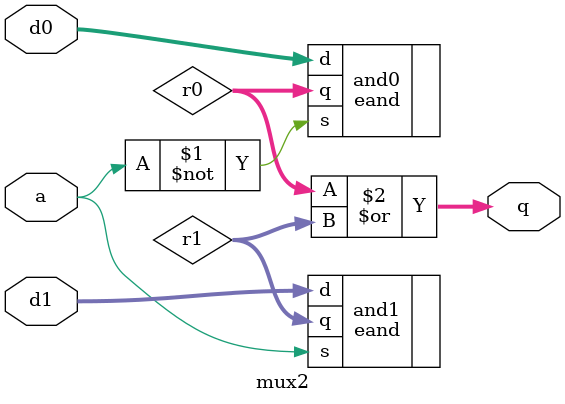
<source format=v>
`timescale 1ns / 1ps


module mux2(
    q,
    d0,
    d1,
    a
    );

parameter WIDTH = 8;

output  [WIDTH-1 : 0]   q;
input   [WIDTH-1 : 0]   d0;
input   [WIDTH-1 : 0]   d1;

input                   a;

wire [WIDTH-1 : 0]  r0;
wire [WIDTH-1 : 0]  r1;

eand #(WIDTH) and0(
    .q(r0),
    .s(~a),
    .d(d0)
);

eand #(WIDTH) and1(
    .q(r1),
    .s(a),
    .d(d1)
);

assign q = r0 | r1;

endmodule

</source>
